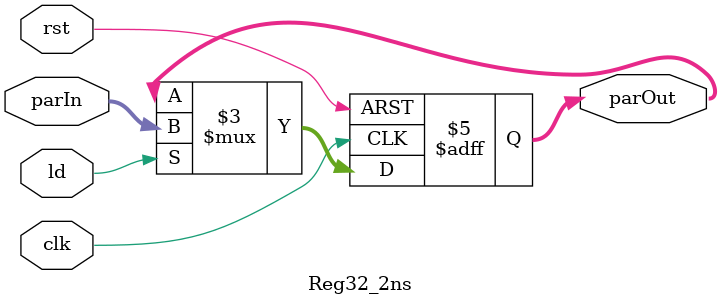
<source format=v>
`timescale 1ns/1ns
module Reg32_2ns(input clk, rst, ld, input [31:0] parIn, output reg [31:0] parOut);
    always @(posedge clk, posedge rst) begin
        #2
        if(rst) parOut = 32'b0;
        else if(ld) parOut = parIn;
        else parOut = parOut;
    end
endmodule
</source>
